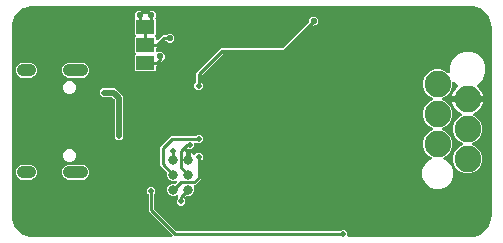
<source format=gbl>
G04 EAGLE Gerber RS-274X export*
G75*
%MOMM*%
%FSLAX34Y34*%
%LPD*%
%INBottom Copper*%
%IPPOS*%
%AMOC8*
5,1,8,0,0,1.08239X$1,22.5*%
G01*
%ADD10C,1.000000*%
%ADD11C,2.250000*%
%ADD12R,1.600200X1.168400*%
%ADD13C,0.800000*%
%ADD14C,0.500000*%
%ADD15C,0.254000*%
%ADD16C,0.550000*%
%ADD17C,0.508000*%

G36*
X136862Y2018D02*
X136862Y2018D01*
X137000Y2031D01*
X137019Y2038D01*
X137039Y2041D01*
X137168Y2092D01*
X137299Y2139D01*
X137316Y2150D01*
X137335Y2158D01*
X137447Y2239D01*
X137563Y2317D01*
X137576Y2333D01*
X137592Y2344D01*
X137681Y2452D01*
X137773Y2556D01*
X137782Y2574D01*
X137795Y2589D01*
X137854Y2715D01*
X137918Y2839D01*
X137922Y2859D01*
X137931Y2877D01*
X137957Y3014D01*
X137987Y3149D01*
X137987Y3170D01*
X137990Y3189D01*
X137982Y3328D01*
X137978Y3467D01*
X137972Y3487D01*
X137971Y3507D01*
X137928Y3639D01*
X137889Y3773D01*
X137879Y3790D01*
X137873Y3809D01*
X137798Y3927D01*
X137728Y4047D01*
X137709Y4068D01*
X137702Y4078D01*
X137688Y4092D01*
X137621Y4168D01*
X137358Y4431D01*
X117729Y24059D01*
X117729Y37794D01*
X117717Y37892D01*
X117714Y37991D01*
X117697Y38050D01*
X117689Y38110D01*
X117653Y38202D01*
X117625Y38297D01*
X117595Y38349D01*
X117572Y38405D01*
X117514Y38485D01*
X117464Y38571D01*
X117398Y38646D01*
X117386Y38663D01*
X117376Y38671D01*
X117358Y38692D01*
X116499Y39550D01*
X116499Y42450D01*
X118550Y44501D01*
X121450Y44501D01*
X123501Y42450D01*
X123501Y39550D01*
X122642Y38692D01*
X122582Y38613D01*
X122514Y38541D01*
X122485Y38488D01*
X122448Y38440D01*
X122408Y38349D01*
X122360Y38263D01*
X122345Y38204D01*
X122321Y38149D01*
X122306Y38051D01*
X122281Y37955D01*
X122275Y37855D01*
X122271Y37834D01*
X122273Y37822D01*
X122271Y37794D01*
X122271Y26466D01*
X122283Y26368D01*
X122286Y26269D01*
X122303Y26211D01*
X122311Y26151D01*
X122347Y26059D01*
X122375Y25964D01*
X122405Y25911D01*
X122428Y25855D01*
X122486Y25775D01*
X122536Y25690D01*
X122602Y25614D01*
X122614Y25598D01*
X122624Y25590D01*
X122642Y25569D01*
X140569Y7642D01*
X140647Y7582D01*
X140719Y7514D01*
X140772Y7485D01*
X140820Y7448D01*
X140911Y7408D01*
X140998Y7360D01*
X141056Y7345D01*
X141112Y7321D01*
X141210Y7306D01*
X141306Y7281D01*
X141406Y7275D01*
X141426Y7271D01*
X141438Y7273D01*
X141466Y7271D01*
X279294Y7271D01*
X279392Y7283D01*
X279491Y7286D01*
X279550Y7303D01*
X279610Y7311D01*
X279702Y7347D01*
X279797Y7375D01*
X279849Y7405D01*
X279905Y7428D01*
X279985Y7486D01*
X280071Y7536D01*
X280146Y7602D01*
X280163Y7614D01*
X280171Y7624D01*
X280192Y7642D01*
X281050Y8501D01*
X283950Y8501D01*
X286001Y6450D01*
X286001Y3270D01*
X286016Y3152D01*
X286023Y3033D01*
X286036Y2995D01*
X286041Y2954D01*
X286084Y2844D01*
X286121Y2731D01*
X286143Y2696D01*
X286158Y2659D01*
X286227Y2563D01*
X286291Y2462D01*
X286321Y2434D01*
X286344Y2401D01*
X286436Y2325D01*
X286523Y2244D01*
X286558Y2224D01*
X286589Y2199D01*
X286697Y2148D01*
X286801Y2090D01*
X286841Y2080D01*
X286877Y2063D01*
X286994Y2041D01*
X287109Y2011D01*
X287169Y2007D01*
X287189Y2003D01*
X287210Y2005D01*
X287270Y2001D01*
X390000Y2001D01*
X390022Y2003D01*
X390100Y2005D01*
X392717Y2211D01*
X392784Y2225D01*
X392853Y2229D01*
X393009Y2269D01*
X397987Y3886D01*
X398095Y3937D01*
X398205Y3980D01*
X398257Y4013D01*
X398275Y4022D01*
X398291Y4035D01*
X398341Y4067D01*
X402576Y7143D01*
X402663Y7225D01*
X402754Y7300D01*
X402793Y7347D01*
X402808Y7361D01*
X402819Y7378D01*
X402857Y7424D01*
X405933Y11659D01*
X405991Y11763D01*
X406054Y11863D01*
X406077Y11919D01*
X406087Y11937D01*
X406092Y11957D01*
X406114Y12013D01*
X407731Y16991D01*
X407744Y17058D01*
X407767Y17124D01*
X407789Y17283D01*
X407995Y19900D01*
X407994Y19922D01*
X407999Y20000D01*
X407999Y180000D01*
X407997Y180022D01*
X407995Y180100D01*
X407789Y182717D01*
X407775Y182784D01*
X407771Y182853D01*
X407731Y183009D01*
X406114Y187987D01*
X406063Y188095D01*
X406020Y188205D01*
X405987Y188257D01*
X405978Y188275D01*
X405965Y188291D01*
X405933Y188341D01*
X402857Y192576D01*
X402775Y192663D01*
X402700Y192754D01*
X402653Y192793D01*
X402639Y192808D01*
X402622Y192819D01*
X402576Y192857D01*
X398341Y195933D01*
X398237Y195991D01*
X398137Y196054D01*
X398081Y196077D01*
X398063Y196087D01*
X398043Y196092D01*
X397987Y196114D01*
X393009Y197731D01*
X392942Y197744D01*
X392876Y197767D01*
X392717Y197789D01*
X390100Y197995D01*
X390078Y197994D01*
X390000Y197999D01*
X20000Y197999D01*
X19978Y197997D01*
X19900Y197995D01*
X17283Y197789D01*
X17216Y197775D01*
X17147Y197771D01*
X16991Y197731D01*
X12013Y196114D01*
X11905Y196063D01*
X11795Y196020D01*
X11743Y195987D01*
X11725Y195978D01*
X11709Y195965D01*
X11659Y195933D01*
X7424Y192857D01*
X7337Y192775D01*
X7246Y192700D01*
X7207Y192653D01*
X7192Y192639D01*
X7181Y192622D01*
X7143Y192576D01*
X4067Y188341D01*
X4009Y188237D01*
X3946Y188137D01*
X3923Y188081D01*
X3913Y188063D01*
X3908Y188043D01*
X3886Y187987D01*
X2269Y183009D01*
X2256Y182942D01*
X2233Y182876D01*
X2211Y182717D01*
X2005Y180100D01*
X2006Y180078D01*
X2001Y180000D01*
X2001Y20000D01*
X2003Y19978D01*
X2005Y19900D01*
X2211Y17283D01*
X2225Y17216D01*
X2229Y17147D01*
X2269Y16991D01*
X3886Y12013D01*
X3937Y11905D01*
X3980Y11795D01*
X4013Y11743D01*
X4022Y11725D01*
X4035Y11709D01*
X4067Y11659D01*
X7143Y7424D01*
X7225Y7337D01*
X7300Y7246D01*
X7347Y7207D01*
X7361Y7192D01*
X7378Y7181D01*
X7424Y7143D01*
X11659Y4067D01*
X11763Y4009D01*
X11863Y3946D01*
X11919Y3923D01*
X11937Y3913D01*
X11957Y3908D01*
X12012Y3886D01*
X16991Y2269D01*
X17058Y2256D01*
X17124Y2233D01*
X17283Y2211D01*
X19900Y2005D01*
X19922Y2006D01*
X20000Y2001D01*
X136724Y2001D01*
X136862Y2018D01*
G37*
%LPC*%
G36*
X359714Y42949D02*
X359714Y42949D01*
X354936Y44928D01*
X351278Y48586D01*
X349299Y53364D01*
X349299Y58536D01*
X351278Y63314D01*
X354936Y66972D01*
X356654Y67683D01*
X356775Y67752D01*
X356898Y67817D01*
X356913Y67831D01*
X356930Y67841D01*
X357030Y67937D01*
X357133Y68031D01*
X357144Y68048D01*
X357159Y68062D01*
X357231Y68181D01*
X357308Y68297D01*
X357314Y68316D01*
X357325Y68333D01*
X357366Y68466D01*
X357411Y68598D01*
X357413Y68618D01*
X357419Y68637D01*
X357425Y68776D01*
X357436Y68915D01*
X357433Y68934D01*
X357434Y68955D01*
X357406Y69091D01*
X357382Y69228D01*
X357374Y69246D01*
X357369Y69266D01*
X357308Y69391D01*
X357251Y69518D01*
X357239Y69534D01*
X357230Y69552D01*
X357140Y69658D01*
X357053Y69766D01*
X357036Y69779D01*
X357023Y69794D01*
X356910Y69874D01*
X356799Y69958D01*
X356773Y69970D01*
X356763Y69977D01*
X356744Y69984D01*
X356654Y70029D01*
X355361Y70564D01*
X351914Y74011D01*
X350049Y78513D01*
X350049Y83387D01*
X351914Y87889D01*
X355361Y91336D01*
X358117Y92477D01*
X358237Y92546D01*
X358360Y92611D01*
X358375Y92625D01*
X358393Y92635D01*
X358493Y92732D01*
X358596Y92825D01*
X358607Y92842D01*
X358621Y92856D01*
X358694Y92974D01*
X358771Y93091D01*
X358777Y93110D01*
X358788Y93127D01*
X358829Y93260D01*
X358874Y93392D01*
X358875Y93412D01*
X358881Y93431D01*
X358888Y93570D01*
X358899Y93709D01*
X358896Y93729D01*
X358897Y93749D01*
X358868Y93885D01*
X358845Y94022D01*
X358836Y94041D01*
X358832Y94060D01*
X358771Y94185D01*
X358714Y94312D01*
X358701Y94328D01*
X358692Y94346D01*
X358602Y94452D01*
X358515Y94560D01*
X358499Y94573D01*
X358486Y94588D01*
X358373Y94668D01*
X358261Y94752D01*
X358236Y94764D01*
X358226Y94771D01*
X358207Y94778D01*
X358117Y94823D01*
X355361Y95964D01*
X351914Y99411D01*
X350049Y103913D01*
X350049Y108787D01*
X351914Y113289D01*
X355361Y116736D01*
X358117Y117877D01*
X358237Y117946D01*
X358360Y118011D01*
X358375Y118025D01*
X358393Y118035D01*
X358493Y118132D01*
X358596Y118225D01*
X358607Y118242D01*
X358621Y118256D01*
X358694Y118374D01*
X358771Y118491D01*
X358777Y118510D01*
X358788Y118527D01*
X358829Y118660D01*
X358874Y118792D01*
X358875Y118812D01*
X358881Y118831D01*
X358888Y118970D01*
X358899Y119109D01*
X358896Y119129D01*
X358897Y119149D01*
X358868Y119285D01*
X358845Y119422D01*
X358836Y119441D01*
X358832Y119460D01*
X358771Y119585D01*
X358714Y119712D01*
X358701Y119728D01*
X358692Y119746D01*
X358602Y119852D01*
X358515Y119960D01*
X358499Y119973D01*
X358486Y119988D01*
X358373Y120068D01*
X358261Y120152D01*
X358236Y120164D01*
X358226Y120171D01*
X358207Y120178D01*
X358117Y120223D01*
X355361Y121364D01*
X351914Y124811D01*
X350049Y129313D01*
X350049Y134187D01*
X351914Y138689D01*
X355361Y142136D01*
X359863Y144001D01*
X364737Y144001D01*
X369239Y142136D01*
X370533Y140843D01*
X370642Y140758D01*
X370749Y140669D01*
X370768Y140660D01*
X370784Y140648D01*
X370911Y140592D01*
X371037Y140533D01*
X371057Y140529D01*
X371076Y140521D01*
X371214Y140499D01*
X371350Y140473D01*
X371370Y140475D01*
X371390Y140471D01*
X371529Y140485D01*
X371667Y140493D01*
X371686Y140499D01*
X371706Y140501D01*
X371838Y140548D01*
X371969Y140591D01*
X371987Y140602D01*
X372006Y140609D01*
X372121Y140687D01*
X372238Y140761D01*
X372252Y140776D01*
X372269Y140787D01*
X372361Y140892D01*
X372456Y140993D01*
X372466Y141011D01*
X372479Y141026D01*
X372543Y141150D01*
X372610Y141271D01*
X372615Y141291D01*
X372624Y141309D01*
X372654Y141445D01*
X372689Y141579D01*
X372691Y141607D01*
X372694Y141619D01*
X372693Y141640D01*
X372699Y141740D01*
X372699Y147034D01*
X374983Y152547D01*
X379203Y156767D01*
X384716Y159051D01*
X390684Y159051D01*
X396197Y156767D01*
X400417Y152547D01*
X402701Y147034D01*
X402701Y141066D01*
X400417Y135553D01*
X396045Y131180D01*
X396008Y131133D01*
X395965Y131092D01*
X395911Y131008D01*
X395850Y130929D01*
X395826Y130874D01*
X395794Y130824D01*
X395763Y130729D01*
X395723Y130637D01*
X395714Y130578D01*
X395696Y130522D01*
X395689Y130422D01*
X395673Y130323D01*
X395679Y130264D01*
X395675Y130204D01*
X395694Y130106D01*
X395703Y130007D01*
X395724Y129950D01*
X395735Y129892D01*
X395777Y129801D01*
X395811Y129707D01*
X395844Y129658D01*
X395870Y129604D01*
X395933Y129527D01*
X395989Y129444D01*
X396034Y129405D01*
X396072Y129359D01*
X396196Y129256D01*
X396332Y129157D01*
X397807Y127682D01*
X399033Y125995D01*
X399980Y124137D01*
X400624Y122153D01*
X400714Y121589D01*
X388970Y121589D01*
X388852Y121574D01*
X388733Y121567D01*
X388695Y121554D01*
X388655Y121549D01*
X388544Y121506D01*
X388431Y121469D01*
X388397Y121447D01*
X388359Y121432D01*
X388263Y121362D01*
X388162Y121299D01*
X388134Y121269D01*
X388102Y121245D01*
X388026Y121154D01*
X387944Y121067D01*
X387925Y121032D01*
X387899Y121001D01*
X387848Y120893D01*
X387791Y120789D01*
X387780Y120749D01*
X387763Y120713D01*
X387741Y120596D01*
X387711Y120481D01*
X387707Y120420D01*
X387703Y120400D01*
X387705Y120380D01*
X387701Y120320D01*
X387701Y117780D01*
X387716Y117662D01*
X387723Y117543D01*
X387736Y117505D01*
X387741Y117464D01*
X387785Y117354D01*
X387821Y117241D01*
X387843Y117206D01*
X387858Y117169D01*
X387928Y117073D01*
X387991Y116972D01*
X388021Y116944D01*
X388045Y116911D01*
X388136Y116836D01*
X388223Y116754D01*
X388258Y116734D01*
X388290Y116709D01*
X388397Y116658D01*
X388502Y116600D01*
X388541Y116590D01*
X388577Y116573D01*
X388694Y116551D01*
X388809Y116521D01*
X388870Y116517D01*
X388890Y116513D01*
X388910Y116515D01*
X388970Y116511D01*
X400714Y116511D01*
X400624Y115947D01*
X399980Y113963D01*
X399033Y112105D01*
X397807Y110418D01*
X396332Y108943D01*
X394645Y107717D01*
X393110Y106935D01*
X393036Y106885D01*
X392957Y106843D01*
X392905Y106796D01*
X392847Y106756D01*
X392788Y106689D01*
X392722Y106629D01*
X392683Y106570D01*
X392637Y106518D01*
X392596Y106438D01*
X392547Y106363D01*
X392524Y106297D01*
X392493Y106235D01*
X392473Y106147D01*
X392444Y106062D01*
X392438Y105993D01*
X392423Y105924D01*
X392426Y105835D01*
X392419Y105745D01*
X392431Y105676D01*
X392433Y105606D01*
X392458Y105520D01*
X392473Y105432D01*
X392502Y105368D01*
X392521Y105301D01*
X392567Y105224D01*
X392604Y105142D01*
X392647Y105087D01*
X392683Y105027D01*
X392746Y104964D01*
X392802Y104894D01*
X392858Y104852D01*
X392908Y104802D01*
X392985Y104756D01*
X393056Y104702D01*
X393169Y104647D01*
X393181Y104640D01*
X393188Y104638D01*
X393201Y104632D01*
X394639Y104036D01*
X398086Y100589D01*
X399951Y96087D01*
X399951Y91213D01*
X398086Y86711D01*
X394639Y83264D01*
X391883Y82123D01*
X391763Y82054D01*
X391639Y81989D01*
X391624Y81975D01*
X391607Y81965D01*
X391507Y81868D01*
X391404Y81775D01*
X391393Y81758D01*
X391378Y81744D01*
X391306Y81625D01*
X391229Y81509D01*
X391223Y81490D01*
X391212Y81473D01*
X391171Y81340D01*
X391126Y81208D01*
X391125Y81188D01*
X391119Y81169D01*
X391112Y81030D01*
X391101Y80891D01*
X391104Y80871D01*
X391104Y80851D01*
X391132Y80715D01*
X391155Y80578D01*
X391164Y80559D01*
X391168Y80540D01*
X391229Y80414D01*
X391286Y80288D01*
X391299Y80272D01*
X391308Y80254D01*
X391398Y80148D01*
X391485Y80040D01*
X391501Y80027D01*
X391514Y80012D01*
X391628Y79932D01*
X391739Y79848D01*
X391764Y79836D01*
X391774Y79829D01*
X391793Y79822D01*
X391883Y79777D01*
X394639Y78636D01*
X398086Y75189D01*
X399951Y70687D01*
X399951Y65813D01*
X398086Y61311D01*
X394639Y57864D01*
X390137Y55999D01*
X385263Y55999D01*
X380761Y57864D01*
X377314Y61311D01*
X375449Y65813D01*
X375449Y70687D01*
X377314Y75189D01*
X380761Y78636D01*
X383517Y79777D01*
X383637Y79846D01*
X383760Y79911D01*
X383775Y79925D01*
X383793Y79935D01*
X383893Y80032D01*
X383996Y80125D01*
X384007Y80142D01*
X384021Y80156D01*
X384094Y80274D01*
X384171Y80391D01*
X384177Y80410D01*
X384188Y80427D01*
X384229Y80560D01*
X384274Y80692D01*
X384275Y80712D01*
X384281Y80731D01*
X384288Y80870D01*
X384299Y81009D01*
X384296Y81029D01*
X384297Y81049D01*
X384268Y81185D01*
X384245Y81322D01*
X384236Y81341D01*
X384232Y81360D01*
X384171Y81485D01*
X384114Y81612D01*
X384101Y81628D01*
X384092Y81646D01*
X384002Y81752D01*
X383915Y81860D01*
X383899Y81873D01*
X383886Y81888D01*
X383773Y81968D01*
X383661Y82052D01*
X383636Y82064D01*
X383626Y82071D01*
X383607Y82078D01*
X383517Y82123D01*
X380761Y83264D01*
X377314Y86711D01*
X375449Y91213D01*
X375449Y96087D01*
X377314Y100589D01*
X380761Y104036D01*
X382199Y104632D01*
X382277Y104676D01*
X382359Y104711D01*
X382415Y104754D01*
X382475Y104789D01*
X382540Y104851D01*
X382610Y104906D01*
X382653Y104962D01*
X382704Y105010D01*
X382751Y105087D01*
X382805Y105157D01*
X382833Y105222D01*
X382870Y105281D01*
X382896Y105367D01*
X382932Y105449D01*
X382943Y105518D01*
X382964Y105585D01*
X382968Y105675D01*
X382982Y105763D01*
X382975Y105833D01*
X382979Y105903D01*
X382961Y105991D01*
X382952Y106080D01*
X382929Y106146D01*
X382914Y106215D01*
X382875Y106295D01*
X382845Y106379D01*
X382806Y106437D01*
X382775Y106500D01*
X382717Y106568D01*
X382666Y106642D01*
X382614Y106689D01*
X382568Y106742D01*
X382495Y106794D01*
X382428Y106853D01*
X382321Y106917D01*
X382308Y106925D01*
X382302Y106928D01*
X382290Y106935D01*
X380755Y107717D01*
X379068Y108943D01*
X377593Y110418D01*
X376367Y112105D01*
X375420Y113963D01*
X374776Y115947D01*
X374686Y116511D01*
X386430Y116511D01*
X386548Y116526D01*
X386667Y116533D01*
X386705Y116546D01*
X386745Y116551D01*
X386856Y116594D01*
X386969Y116631D01*
X387003Y116653D01*
X387041Y116668D01*
X387137Y116738D01*
X387238Y116801D01*
X387266Y116831D01*
X387298Y116854D01*
X387374Y116946D01*
X387456Y117033D01*
X387475Y117068D01*
X387501Y117099D01*
X387552Y117207D01*
X387609Y117311D01*
X387620Y117351D01*
X387637Y117387D01*
X387659Y117504D01*
X387689Y117619D01*
X387693Y117680D01*
X387697Y117700D01*
X387695Y117720D01*
X387699Y117780D01*
X387699Y120320D01*
X387684Y120438D01*
X387677Y120557D01*
X387664Y120595D01*
X387659Y120635D01*
X387615Y120746D01*
X387579Y120859D01*
X387557Y120894D01*
X387542Y120931D01*
X387472Y121027D01*
X387409Y121128D01*
X387379Y121156D01*
X387355Y121189D01*
X387264Y121264D01*
X387177Y121346D01*
X387142Y121366D01*
X387110Y121391D01*
X387003Y121442D01*
X386898Y121500D01*
X386859Y121510D01*
X386823Y121527D01*
X386706Y121549D01*
X386591Y121579D01*
X386530Y121583D01*
X386510Y121587D01*
X386490Y121585D01*
X386430Y121589D01*
X374686Y121589D01*
X374776Y122153D01*
X375420Y124137D01*
X376367Y125995D01*
X377593Y127682D01*
X379068Y129157D01*
X379204Y129256D01*
X379247Y129297D01*
X379297Y129330D01*
X379363Y129405D01*
X379436Y129474D01*
X379468Y129524D01*
X379507Y129569D01*
X379553Y129658D01*
X379606Y129742D01*
X379625Y129799D01*
X379652Y129852D01*
X379674Y129949D01*
X379705Y130045D01*
X379708Y130104D01*
X379721Y130162D01*
X379718Y130262D01*
X379725Y130362D01*
X379714Y130420D01*
X379712Y130480D01*
X379684Y130576D01*
X379665Y130674D01*
X379640Y130728D01*
X379623Y130786D01*
X379573Y130872D01*
X379530Y130962D01*
X379492Y131008D01*
X379462Y131060D01*
X379355Y131180D01*
X376717Y133818D01*
X376608Y133904D01*
X376501Y133992D01*
X376482Y134001D01*
X376466Y134013D01*
X376338Y134069D01*
X376213Y134128D01*
X376193Y134132D01*
X376174Y134140D01*
X376036Y134162D01*
X375900Y134188D01*
X375880Y134186D01*
X375860Y134189D01*
X375721Y134176D01*
X375583Y134168D01*
X375564Y134162D01*
X375544Y134160D01*
X375412Y134112D01*
X375281Y134070D01*
X375263Y134059D01*
X375244Y134052D01*
X375129Y133974D01*
X375012Y133900D01*
X374998Y133885D01*
X374981Y133873D01*
X374889Y133769D01*
X374794Y133668D01*
X374784Y133650D01*
X374771Y133635D01*
X374707Y133511D01*
X374640Y133389D01*
X374635Y133370D01*
X374626Y133352D01*
X374596Y133216D01*
X374561Y133082D01*
X374559Y133053D01*
X374556Y133041D01*
X374557Y133021D01*
X374551Y132921D01*
X374551Y129313D01*
X372686Y124811D01*
X369239Y121364D01*
X366483Y120223D01*
X366363Y120154D01*
X366239Y120089D01*
X366224Y120075D01*
X366207Y120065D01*
X366107Y119968D01*
X366004Y119875D01*
X365993Y119858D01*
X365978Y119844D01*
X365906Y119725D01*
X365829Y119609D01*
X365823Y119590D01*
X365812Y119573D01*
X365771Y119440D01*
X365726Y119308D01*
X365725Y119288D01*
X365719Y119269D01*
X365712Y119130D01*
X365701Y118991D01*
X365704Y118971D01*
X365704Y118951D01*
X365732Y118815D01*
X365755Y118678D01*
X365764Y118659D01*
X365768Y118640D01*
X365829Y118514D01*
X365886Y118388D01*
X365899Y118372D01*
X365908Y118354D01*
X365998Y118248D01*
X366085Y118140D01*
X366101Y118127D01*
X366114Y118112D01*
X366228Y118032D01*
X366339Y117948D01*
X366364Y117936D01*
X366374Y117929D01*
X366393Y117922D01*
X366483Y117877D01*
X369239Y116736D01*
X372686Y113289D01*
X374551Y108787D01*
X374551Y103913D01*
X372686Y99411D01*
X369239Y95964D01*
X366483Y94823D01*
X366363Y94754D01*
X366239Y94689D01*
X366224Y94675D01*
X366207Y94665D01*
X366107Y94568D01*
X366004Y94475D01*
X365993Y94458D01*
X365978Y94444D01*
X365906Y94325D01*
X365829Y94209D01*
X365823Y94190D01*
X365812Y94173D01*
X365771Y94040D01*
X365726Y93908D01*
X365725Y93888D01*
X365719Y93869D01*
X365712Y93730D01*
X365701Y93591D01*
X365704Y93571D01*
X365704Y93551D01*
X365732Y93415D01*
X365755Y93278D01*
X365764Y93259D01*
X365768Y93240D01*
X365829Y93114D01*
X365886Y92988D01*
X365899Y92972D01*
X365908Y92954D01*
X365998Y92848D01*
X366085Y92740D01*
X366101Y92727D01*
X366114Y92712D01*
X366228Y92632D01*
X366339Y92548D01*
X366364Y92536D01*
X366374Y92529D01*
X366393Y92522D01*
X366483Y92477D01*
X369239Y91336D01*
X372686Y87889D01*
X374551Y83387D01*
X374551Y78513D01*
X372686Y74011D01*
X369239Y70564D01*
X367946Y70029D01*
X367825Y69960D01*
X367702Y69895D01*
X367687Y69881D01*
X367670Y69871D01*
X367570Y69774D01*
X367467Y69681D01*
X367456Y69664D01*
X367441Y69650D01*
X367369Y69531D01*
X367292Y69415D01*
X367286Y69396D01*
X367275Y69379D01*
X367234Y69246D01*
X367189Y69114D01*
X367187Y69094D01*
X367181Y69075D01*
X367175Y68935D01*
X367164Y68797D01*
X367167Y68777D01*
X367166Y68757D01*
X367194Y68620D01*
X367218Y68484D01*
X367226Y68465D01*
X367231Y68446D01*
X367292Y68321D01*
X367349Y68194D01*
X367361Y68178D01*
X367370Y68160D01*
X367460Y68054D01*
X367547Y67945D01*
X367564Y67933D01*
X367577Y67918D01*
X367690Y67838D01*
X367801Y67754D01*
X367827Y67742D01*
X367837Y67735D01*
X367856Y67727D01*
X367946Y67683D01*
X369664Y66972D01*
X373322Y63314D01*
X375301Y58536D01*
X375301Y53364D01*
X373322Y48586D01*
X369664Y44928D01*
X364886Y42949D01*
X359714Y42949D01*
G37*
%LPD*%
%LPC*%
G36*
X143550Y28799D02*
X143550Y28799D01*
X141499Y30850D01*
X141499Y33750D01*
X142358Y34608D01*
X142418Y34687D01*
X142486Y34759D01*
X142515Y34812D01*
X142552Y34860D01*
X142592Y34951D01*
X142640Y35037D01*
X142655Y35096D01*
X142679Y35151D01*
X142694Y35249D01*
X142719Y35345D01*
X142725Y35445D01*
X142729Y35466D01*
X142727Y35478D01*
X142729Y35506D01*
X142729Y36677D01*
X142723Y36727D01*
X142725Y36776D01*
X142703Y36884D01*
X142689Y36993D01*
X142671Y37039D01*
X142661Y37088D01*
X142613Y37187D01*
X142572Y37289D01*
X142543Y37329D01*
X142521Y37373D01*
X142450Y37457D01*
X142386Y37546D01*
X142347Y37578D01*
X142315Y37615D01*
X142225Y37679D01*
X142141Y37749D01*
X142096Y37770D01*
X142055Y37799D01*
X141952Y37838D01*
X141853Y37884D01*
X141804Y37894D01*
X141758Y37911D01*
X141648Y37923D01*
X141541Y37944D01*
X141491Y37941D01*
X141442Y37946D01*
X141333Y37931D01*
X141223Y37924D01*
X141176Y37909D01*
X141127Y37902D01*
X140974Y37850D01*
X139645Y37299D01*
X137655Y37299D01*
X135817Y38061D01*
X134411Y39467D01*
X133649Y41305D01*
X133649Y43295D01*
X134411Y45133D01*
X135817Y46539D01*
X137655Y47301D01*
X139897Y47301D01*
X139933Y47305D01*
X140046Y47303D01*
X140076Y47310D01*
X140106Y47311D01*
X140203Y47339D01*
X140213Y47341D01*
X140228Y47346D01*
X140230Y47347D01*
X140356Y47377D01*
X140383Y47391D01*
X140412Y47400D01*
X140523Y47465D01*
X140637Y47526D01*
X140659Y47546D01*
X140686Y47561D01*
X140806Y47668D01*
X141096Y47957D01*
X141139Y48013D01*
X141189Y48061D01*
X141236Y48138D01*
X141291Y48209D01*
X141319Y48273D01*
X141355Y48332D01*
X141382Y48418D01*
X141417Y48500D01*
X141428Y48570D01*
X141449Y48636D01*
X141453Y48726D01*
X141467Y48815D01*
X141461Y48884D01*
X141464Y48954D01*
X141446Y49042D01*
X141437Y49131D01*
X141414Y49197D01*
X141400Y49265D01*
X141360Y49346D01*
X141330Y49430D01*
X141291Y49488D01*
X141260Y49551D01*
X141202Y49619D01*
X141151Y49694D01*
X141099Y49740D01*
X141054Y49793D01*
X140980Y49845D01*
X140913Y49904D01*
X140851Y49936D01*
X140794Y49976D01*
X140710Y50008D01*
X140630Y50049D01*
X140561Y50064D01*
X140496Y50089D01*
X140407Y50099D01*
X140319Y50118D01*
X140250Y50116D01*
X140180Y50124D01*
X140091Y50111D01*
X140001Y50109D01*
X139934Y50089D01*
X139865Y50080D01*
X139713Y50027D01*
X139645Y49999D01*
X137655Y49999D01*
X135817Y50761D01*
X134411Y52167D01*
X133649Y54005D01*
X133649Y56247D01*
X133645Y56283D01*
X133647Y56396D01*
X133640Y56426D01*
X133639Y56456D01*
X133611Y56553D01*
X133609Y56563D01*
X133604Y56578D01*
X133603Y56580D01*
X133573Y56706D01*
X133559Y56733D01*
X133550Y56762D01*
X133485Y56873D01*
X133424Y56987D01*
X133404Y57009D01*
X133389Y57036D01*
X133282Y57156D01*
X129431Y61008D01*
X127729Y62709D01*
X127729Y78441D01*
X136559Y87271D01*
X156794Y87271D01*
X156892Y87283D01*
X156991Y87286D01*
X157050Y87303D01*
X157110Y87311D01*
X157202Y87347D01*
X157297Y87375D01*
X157349Y87405D01*
X157405Y87428D01*
X157485Y87486D01*
X157571Y87536D01*
X157646Y87602D01*
X157663Y87614D01*
X157671Y87624D01*
X157692Y87642D01*
X158550Y88501D01*
X161450Y88501D01*
X163501Y86450D01*
X163501Y83550D01*
X161450Y81499D01*
X158550Y81499D01*
X158167Y81882D01*
X158058Y81967D01*
X157951Y82056D01*
X157932Y82064D01*
X157916Y82077D01*
X157788Y82132D01*
X157663Y82191D01*
X157643Y82195D01*
X157624Y82203D01*
X157486Y82225D01*
X157350Y82251D01*
X157330Y82250D01*
X157310Y82253D01*
X157171Y82240D01*
X157033Y82231D01*
X157014Y82225D01*
X156994Y82223D01*
X156863Y82176D01*
X156731Y82133D01*
X156713Y82122D01*
X156694Y82115D01*
X156580Y82038D01*
X156462Y81963D01*
X156448Y81948D01*
X156431Y81937D01*
X156339Y81833D01*
X156244Y81731D01*
X156234Y81714D01*
X156221Y81698D01*
X156158Y81575D01*
X156090Y81453D01*
X156085Y81433D01*
X156076Y81415D01*
X156046Y81279D01*
X156011Y81145D01*
X156009Y81117D01*
X156006Y81105D01*
X156007Y81084D01*
X156001Y80984D01*
X156001Y78530D01*
X153950Y76479D01*
X150964Y76479D01*
X150907Y76504D01*
X150801Y76558D01*
X150762Y76567D01*
X150725Y76583D01*
X150607Y76601D01*
X150491Y76627D01*
X150451Y76626D01*
X150411Y76633D01*
X150292Y76621D01*
X150173Y76618D01*
X150134Y76607D01*
X150094Y76603D01*
X149982Y76563D01*
X149868Y76529D01*
X149833Y76509D01*
X149795Y76495D01*
X149696Y76428D01*
X149594Y76368D01*
X149548Y76328D01*
X149532Y76317D01*
X149518Y76302D01*
X149473Y76261D01*
X148915Y75704D01*
X148851Y75622D01*
X148781Y75545D01*
X148754Y75497D01*
X148721Y75453D01*
X148679Y75357D01*
X148629Y75265D01*
X148616Y75212D01*
X148594Y75161D01*
X148578Y75058D01*
X148553Y74957D01*
X148553Y74901D01*
X148544Y74847D01*
X148554Y74743D01*
X148555Y74639D01*
X148569Y74585D01*
X148574Y74530D01*
X148609Y74432D01*
X148636Y74331D01*
X148663Y74283D01*
X148682Y74231D01*
X148740Y74145D01*
X148791Y74053D01*
X148829Y74014D01*
X148860Y73968D01*
X148939Y73899D01*
X149011Y73823D01*
X149057Y73794D01*
X149099Y73757D01*
X149192Y73710D01*
X149280Y73655D01*
X149333Y73638D01*
X149351Y73629D01*
X149351Y68430D01*
X149366Y68312D01*
X149373Y68193D01*
X149385Y68155D01*
X149391Y68115D01*
X149434Y68004D01*
X149471Y67891D01*
X149493Y67857D01*
X149508Y67819D01*
X149577Y67723D01*
X149641Y67622D01*
X149671Y67594D01*
X149694Y67562D01*
X149786Y67486D01*
X149873Y67404D01*
X149908Y67385D01*
X149939Y67359D01*
X150047Y67308D01*
X150151Y67251D01*
X150191Y67241D01*
X150227Y67223D01*
X150344Y67201D01*
X150459Y67171D01*
X150519Y67167D01*
X150539Y67164D01*
X150560Y67165D01*
X150620Y67161D01*
X152080Y67161D01*
X152198Y67176D01*
X152317Y67183D01*
X152355Y67196D01*
X152396Y67201D01*
X152506Y67245D01*
X152619Y67281D01*
X152654Y67303D01*
X152691Y67318D01*
X152787Y67388D01*
X152888Y67451D01*
X152916Y67481D01*
X152949Y67505D01*
X153025Y67596D01*
X153106Y67683D01*
X153126Y67718D01*
X153151Y67750D01*
X153202Y67857D01*
X153260Y67962D01*
X153270Y68001D01*
X153287Y68037D01*
X153309Y68154D01*
X153339Y68270D01*
X153343Y68330D01*
X153347Y68350D01*
X153345Y68370D01*
X153349Y68430D01*
X153349Y73367D01*
X154192Y73018D01*
X155175Y72361D01*
X155395Y72141D01*
X155488Y72069D01*
X155505Y72053D01*
X155509Y72051D01*
X155579Y71989D01*
X155615Y71971D01*
X155647Y71946D01*
X155756Y71899D01*
X155862Y71845D01*
X155901Y71836D01*
X155938Y71820D01*
X156056Y71801D01*
X156172Y71775D01*
X156213Y71776D01*
X156253Y71770D01*
X156371Y71781D01*
X156490Y71785D01*
X156529Y71796D01*
X156569Y71800D01*
X156681Y71840D01*
X156796Y71873D01*
X156830Y71894D01*
X156868Y71907D01*
X156967Y71974D01*
X157069Y72035D01*
X157115Y72074D01*
X157132Y72086D01*
X157145Y72101D01*
X157190Y72141D01*
X158550Y73501D01*
X161450Y73501D01*
X163501Y71450D01*
X163501Y68550D01*
X162642Y67692D01*
X162582Y67613D01*
X162514Y67541D01*
X162485Y67488D01*
X162448Y67440D01*
X162408Y67349D01*
X162360Y67263D01*
X162345Y67204D01*
X162321Y67149D01*
X162306Y67051D01*
X162281Y66955D01*
X162275Y66855D01*
X162271Y66834D01*
X162273Y66822D01*
X162271Y66794D01*
X162271Y51559D01*
X157171Y46459D01*
X156939Y46459D01*
X156890Y46453D01*
X156841Y46455D01*
X156733Y46433D01*
X156624Y46419D01*
X156578Y46401D01*
X156529Y46391D01*
X156431Y46343D01*
X156328Y46302D01*
X156288Y46273D01*
X156243Y46251D01*
X156160Y46180D01*
X156071Y46116D01*
X156039Y46077D01*
X156001Y46045D01*
X155938Y45955D01*
X155868Y45871D01*
X155847Y45826D01*
X155818Y45785D01*
X155779Y45682D01*
X155733Y45583D01*
X155723Y45534D01*
X155706Y45488D01*
X155693Y45378D01*
X155673Y45271D01*
X155676Y45221D01*
X155670Y45172D01*
X155686Y45063D01*
X155693Y44953D01*
X155708Y44906D01*
X155715Y44857D01*
X155767Y44704D01*
X156351Y43295D01*
X156351Y41305D01*
X155589Y39467D01*
X154183Y38061D01*
X152345Y37299D01*
X150103Y37299D01*
X150067Y37295D01*
X149954Y37297D01*
X149924Y37290D01*
X149894Y37289D01*
X149797Y37261D01*
X149787Y37259D01*
X149772Y37254D01*
X149770Y37253D01*
X149644Y37223D01*
X149617Y37209D01*
X149588Y37200D01*
X149477Y37135D01*
X149363Y37074D01*
X149341Y37054D01*
X149314Y37039D01*
X149194Y36932D01*
X148154Y35892D01*
X148080Y35798D01*
X148002Y35709D01*
X147991Y35687D01*
X147986Y35682D01*
X147980Y35668D01*
X147959Y35641D01*
X147911Y35531D01*
X147857Y35426D01*
X147848Y35386D01*
X147832Y35349D01*
X147814Y35231D01*
X147788Y35115D01*
X147789Y35075D01*
X147782Y35035D01*
X147794Y34916D01*
X147797Y34797D01*
X147808Y34759D01*
X147812Y34718D01*
X147852Y34606D01*
X147886Y34492D01*
X147906Y34457D01*
X147920Y34419D01*
X147987Y34321D01*
X148047Y34218D01*
X148087Y34173D01*
X148098Y34156D01*
X148114Y34142D01*
X148154Y34097D01*
X148501Y33750D01*
X148501Y30850D01*
X146450Y28799D01*
X143550Y28799D01*
G37*
%LPD*%
%LPC*%
G36*
X106584Y142917D02*
X106584Y142917D01*
X105998Y143503D01*
X105998Y156017D01*
X106464Y156482D01*
X106537Y156576D01*
X106616Y156666D01*
X106634Y156702D01*
X106659Y156734D01*
X106706Y156843D01*
X106761Y156949D01*
X106769Y156988D01*
X106786Y157026D01*
X106804Y157143D01*
X106830Y157259D01*
X106829Y157300D01*
X106835Y157340D01*
X106824Y157458D01*
X106821Y157577D01*
X106809Y157616D01*
X106806Y157656D01*
X106765Y157768D01*
X106732Y157883D01*
X106712Y157918D01*
X106698Y157956D01*
X106631Y158054D01*
X106571Y158157D01*
X106531Y158202D01*
X106519Y158219D01*
X106504Y158232D01*
X106464Y158277D01*
X105998Y158743D01*
X105998Y171257D01*
X106464Y171722D01*
X106537Y171816D01*
X106616Y171906D01*
X106634Y171942D01*
X106659Y171974D01*
X106706Y172083D01*
X106761Y172189D01*
X106769Y172228D01*
X106786Y172266D01*
X106804Y172383D01*
X106830Y172499D01*
X106829Y172540D01*
X106835Y172580D01*
X106824Y172698D01*
X106821Y172817D01*
X106809Y172856D01*
X106806Y172896D01*
X106765Y173008D01*
X106732Y173123D01*
X106712Y173158D01*
X106698Y173196D01*
X106631Y173294D01*
X106571Y173397D01*
X106531Y173442D01*
X106519Y173459D01*
X106504Y173472D01*
X106464Y173517D01*
X105998Y173983D01*
X105998Y186496D01*
X106201Y186699D01*
X106274Y186794D01*
X106353Y186883D01*
X106371Y186919D01*
X106396Y186951D01*
X106443Y187060D01*
X106498Y187166D01*
X106506Y187205D01*
X106523Y187243D01*
X106541Y187360D01*
X106567Y187476D01*
X106566Y187517D01*
X106572Y187557D01*
X106561Y187676D01*
X106558Y187794D01*
X106546Y187833D01*
X106543Y187873D01*
X106502Y187985D01*
X106469Y188100D01*
X106449Y188135D01*
X106435Y188173D01*
X106368Y188271D01*
X106308Y188374D01*
X106268Y188419D01*
X106256Y188436D01*
X106249Y188442D01*
X106249Y191554D01*
X108446Y193751D01*
X111554Y193751D01*
X114103Y191202D01*
X114197Y191129D01*
X114286Y191050D01*
X114322Y191032D01*
X114354Y191007D01*
X114463Y190960D01*
X114569Y190905D01*
X114608Y190897D01*
X114646Y190881D01*
X114763Y190862D01*
X114879Y190836D01*
X114920Y190837D01*
X114960Y190831D01*
X115078Y190842D01*
X115197Y190845D01*
X115236Y190857D01*
X115276Y190861D01*
X115388Y190901D01*
X115503Y190934D01*
X115538Y190954D01*
X115576Y190968D01*
X115674Y191035D01*
X115777Y191095D01*
X115822Y191135D01*
X115839Y191147D01*
X115852Y191162D01*
X115898Y191202D01*
X118446Y193751D01*
X121554Y193751D01*
X123751Y191554D01*
X123751Y188433D01*
X123726Y188400D01*
X123647Y188311D01*
X123629Y188275D01*
X123604Y188243D01*
X123557Y188134D01*
X123502Y188028D01*
X123494Y187988D01*
X123478Y187951D01*
X123459Y187834D01*
X123433Y187718D01*
X123434Y187677D01*
X123428Y187637D01*
X123439Y187519D01*
X123442Y187400D01*
X123454Y187361D01*
X123457Y187321D01*
X123498Y187209D01*
X123531Y187094D01*
X123551Y187059D01*
X123565Y187021D01*
X123632Y186923D01*
X123692Y186820D01*
X123732Y186775D01*
X123744Y186758D01*
X123759Y186745D01*
X123799Y186699D01*
X124002Y186496D01*
X124002Y173983D01*
X123536Y173517D01*
X123463Y173423D01*
X123384Y173334D01*
X123366Y173298D01*
X123341Y173266D01*
X123293Y173157D01*
X123239Y173051D01*
X123231Y173012D01*
X123214Y172974D01*
X123196Y172857D01*
X123170Y172741D01*
X123171Y172700D01*
X123165Y172660D01*
X123176Y172541D01*
X123179Y172423D01*
X123191Y172384D01*
X123194Y172344D01*
X123235Y172232D01*
X123268Y172117D01*
X123288Y172082D01*
X123302Y172044D01*
X123369Y171946D01*
X123429Y171843D01*
X123469Y171798D01*
X123481Y171781D01*
X123496Y171768D01*
X123536Y171722D01*
X124002Y171257D01*
X124002Y170277D01*
X124019Y170140D01*
X124032Y170001D01*
X124039Y169982D01*
X124042Y169962D01*
X124093Y169833D01*
X124140Y169702D01*
X124151Y169685D01*
X124159Y169666D01*
X124240Y169554D01*
X124318Y169438D01*
X124334Y169425D01*
X124345Y169409D01*
X124453Y169320D01*
X124557Y169228D01*
X124575Y169219D01*
X124590Y169206D01*
X124716Y169147D01*
X124840Y169083D01*
X124860Y169079D01*
X124878Y169070D01*
X125015Y169044D01*
X125150Y169014D01*
X125171Y169014D01*
X125190Y169011D01*
X125329Y169019D01*
X125468Y169023D01*
X125488Y169029D01*
X125508Y169030D01*
X125640Y169073D01*
X125774Y169112D01*
X125791Y169122D01*
X125810Y169128D01*
X125928Y169203D01*
X126048Y169273D01*
X126069Y169292D01*
X126079Y169299D01*
X126093Y169314D01*
X126168Y169380D01*
X127959Y171170D01*
X129661Y172872D01*
X132042Y172872D01*
X132140Y172885D01*
X132240Y172888D01*
X132298Y172905D01*
X132358Y172912D01*
X132450Y172949D01*
X132545Y172976D01*
X132597Y173007D01*
X132654Y173029D01*
X132734Y173087D01*
X132819Y173138D01*
X132894Y173204D01*
X132911Y173216D01*
X132919Y173226D01*
X132940Y173244D01*
X134048Y174352D01*
X137155Y174352D01*
X139352Y172155D01*
X139352Y169048D01*
X137155Y166851D01*
X134048Y166851D01*
X132953Y167946D01*
X132859Y168019D01*
X132857Y168021D01*
X132848Y168029D01*
X132846Y168030D01*
X132769Y168098D01*
X132733Y168117D01*
X132701Y168141D01*
X132592Y168189D01*
X132486Y168243D01*
X132447Y168252D01*
X132410Y168268D01*
X132292Y168286D01*
X132176Y168312D01*
X132135Y168311D01*
X132095Y168317D01*
X131977Y168306D01*
X131858Y168303D01*
X131819Y168291D01*
X131779Y168288D01*
X131667Y168247D01*
X131552Y168214D01*
X131518Y168194D01*
X131480Y168180D01*
X131381Y168113D01*
X131278Y168053D01*
X131233Y168013D01*
X131216Y168001D01*
X131203Y167986D01*
X131158Y167946D01*
X125941Y162729D01*
X125271Y162729D01*
X125153Y162714D01*
X125034Y162707D01*
X124996Y162694D01*
X124955Y162689D01*
X124845Y162646D01*
X124732Y162609D01*
X124697Y162587D01*
X124660Y162572D01*
X124564Y162503D01*
X124463Y162439D01*
X124435Y162409D01*
X124402Y162386D01*
X124326Y162294D01*
X124245Y162207D01*
X124225Y162172D01*
X124200Y162141D01*
X124149Y162033D01*
X124091Y161929D01*
X124081Y161889D01*
X124064Y161853D01*
X124042Y161736D01*
X124012Y161621D01*
X124008Y161561D01*
X124004Y161541D01*
X124006Y161520D01*
X124002Y161460D01*
X124002Y159870D01*
X124019Y159733D01*
X124032Y159594D01*
X124039Y159575D01*
X124042Y159555D01*
X124093Y159426D01*
X124140Y159295D01*
X124151Y159278D01*
X124159Y159259D01*
X124240Y159147D01*
X124318Y159031D01*
X124334Y159018D01*
X124345Y159002D01*
X124453Y158913D01*
X124557Y158821D01*
X124575Y158812D01*
X124590Y158799D01*
X124716Y158740D01*
X124840Y158676D01*
X124860Y158672D01*
X124878Y158663D01*
X125014Y158637D01*
X125150Y158607D01*
X125171Y158607D01*
X125190Y158604D01*
X125329Y158612D01*
X125468Y158616D01*
X125488Y158622D01*
X125508Y158623D01*
X125640Y158666D01*
X125774Y158705D01*
X125791Y158715D01*
X125810Y158721D01*
X125857Y158751D01*
X129054Y158751D01*
X131251Y156554D01*
X131251Y153446D01*
X130142Y152338D01*
X130082Y152260D01*
X130014Y152188D01*
X129985Y152135D01*
X129948Y152087D01*
X129908Y151996D01*
X129860Y151909D01*
X129845Y151851D01*
X129821Y151795D01*
X129806Y151697D01*
X129781Y151601D01*
X129775Y151501D01*
X129771Y151481D01*
X129773Y151469D01*
X129771Y151441D01*
X129771Y151319D01*
X125941Y147489D01*
X125271Y147489D01*
X125153Y147474D01*
X125034Y147467D01*
X124996Y147454D01*
X124955Y147449D01*
X124845Y147406D01*
X124732Y147369D01*
X124697Y147347D01*
X124660Y147332D01*
X124564Y147263D01*
X124463Y147199D01*
X124435Y147169D01*
X124402Y147146D01*
X124326Y147054D01*
X124245Y146967D01*
X124225Y146932D01*
X124200Y146901D01*
X124149Y146793D01*
X124091Y146689D01*
X124081Y146649D01*
X124064Y146613D01*
X124042Y146496D01*
X124012Y146381D01*
X124008Y146321D01*
X124004Y146301D01*
X124006Y146280D01*
X124002Y146220D01*
X124002Y143503D01*
X123416Y142917D01*
X106584Y142917D01*
G37*
%LPD*%
%LPC*%
G36*
X158550Y126499D02*
X158550Y126499D01*
X156499Y128550D01*
X156499Y131450D01*
X157358Y132308D01*
X157418Y132387D01*
X157486Y132459D01*
X157515Y132512D01*
X157552Y132560D01*
X157592Y132651D01*
X157640Y132737D01*
X157655Y132796D01*
X157679Y132851D01*
X157694Y132949D01*
X157719Y133045D01*
X157725Y133145D01*
X157729Y133166D01*
X157727Y133178D01*
X157729Y133206D01*
X157729Y140941D01*
X179059Y162271D01*
X231034Y162271D01*
X231132Y162283D01*
X231231Y162286D01*
X231289Y162303D01*
X231349Y162311D01*
X231441Y162347D01*
X231536Y162375D01*
X231589Y162405D01*
X231645Y162428D01*
X231725Y162486D01*
X231810Y162536D01*
X231886Y162602D01*
X231902Y162614D01*
X231910Y162624D01*
X231931Y162642D01*
X253378Y184089D01*
X253438Y184167D01*
X253506Y184239D01*
X253535Y184292D01*
X253572Y184340D01*
X253612Y184431D01*
X253660Y184518D01*
X253675Y184576D01*
X253699Y184632D01*
X253714Y184730D01*
X253739Y184826D01*
X253745Y184926D01*
X253749Y184946D01*
X253747Y184958D01*
X253749Y184986D01*
X253749Y186554D01*
X255946Y188751D01*
X259054Y188751D01*
X261251Y186554D01*
X261251Y183446D01*
X259054Y181249D01*
X257486Y181249D01*
X257388Y181237D01*
X257289Y181234D01*
X257231Y181217D01*
X257171Y181209D01*
X257079Y181173D01*
X256984Y181145D01*
X256931Y181115D01*
X256875Y181092D01*
X256795Y181034D01*
X256710Y180984D01*
X256634Y180918D01*
X256618Y180906D01*
X256610Y180896D01*
X256589Y180878D01*
X233441Y157729D01*
X181466Y157729D01*
X181368Y157717D01*
X181269Y157714D01*
X181211Y157697D01*
X181151Y157689D01*
X181059Y157653D01*
X180964Y157625D01*
X180911Y157595D01*
X180855Y157572D01*
X180775Y157514D01*
X180690Y157464D01*
X180614Y157398D01*
X180598Y157386D01*
X180590Y157376D01*
X180569Y157358D01*
X162642Y139431D01*
X162582Y139353D01*
X162514Y139281D01*
X162485Y139228D01*
X162448Y139180D01*
X162408Y139089D01*
X162360Y139002D01*
X162345Y138944D01*
X162321Y138888D01*
X162306Y138790D01*
X162281Y138694D01*
X162275Y138594D01*
X162271Y138574D01*
X162273Y138562D01*
X162271Y138534D01*
X162271Y133206D01*
X162283Y133108D01*
X162286Y133009D01*
X162303Y132950D01*
X162311Y132890D01*
X162347Y132798D01*
X162375Y132703D01*
X162405Y132651D01*
X162428Y132595D01*
X162486Y132515D01*
X162536Y132429D01*
X162602Y132354D01*
X162614Y132337D01*
X162624Y132329D01*
X162642Y132308D01*
X163501Y131450D01*
X163501Y128550D01*
X161450Y126499D01*
X158550Y126499D01*
G37*
%LPD*%
%LPC*%
G36*
X91033Y83959D02*
X91033Y83959D01*
X88959Y86033D01*
X88959Y118008D01*
X88947Y118106D01*
X88944Y118205D01*
X88927Y118263D01*
X88919Y118323D01*
X88883Y118415D01*
X88855Y118510D01*
X88825Y118563D01*
X88802Y118619D01*
X88744Y118699D01*
X88694Y118784D01*
X88628Y118860D01*
X88616Y118876D01*
X88606Y118884D01*
X88588Y118905D01*
X86905Y120588D01*
X86827Y120648D01*
X86755Y120716D01*
X86702Y120745D01*
X86654Y120782D01*
X86563Y120822D01*
X86476Y120870D01*
X86418Y120885D01*
X86362Y120909D01*
X86264Y120924D01*
X86168Y120949D01*
X86068Y120955D01*
X86048Y120959D01*
X86036Y120957D01*
X86008Y120959D01*
X78533Y120959D01*
X76459Y123033D01*
X76459Y125967D01*
X78533Y128041D01*
X89467Y128041D01*
X93595Y123912D01*
X96041Y121467D01*
X96041Y86033D01*
X93967Y83959D01*
X91033Y83959D01*
G37*
%LPD*%
%LPC*%
G36*
X49156Y50799D02*
X49156Y50799D01*
X46951Y51713D01*
X45263Y53401D01*
X44349Y55606D01*
X44349Y57994D01*
X45263Y60199D01*
X46951Y61887D01*
X49156Y62801D01*
X62544Y62801D01*
X64749Y61887D01*
X66437Y60199D01*
X67351Y57994D01*
X67351Y55606D01*
X66437Y53401D01*
X64749Y51713D01*
X62544Y50799D01*
X49156Y50799D01*
G37*
%LPD*%
%LPC*%
G36*
X49156Y137199D02*
X49156Y137199D01*
X46951Y138113D01*
X45263Y139801D01*
X44349Y142006D01*
X44349Y144394D01*
X45263Y146599D01*
X46951Y148287D01*
X49156Y149201D01*
X62544Y149201D01*
X64749Y148287D01*
X66437Y146599D01*
X67351Y144394D01*
X67351Y142006D01*
X66437Y139801D01*
X64749Y138113D01*
X62544Y137199D01*
X49156Y137199D01*
G37*
%LPD*%
%LPC*%
G36*
X9856Y50799D02*
X9856Y50799D01*
X7651Y51713D01*
X5963Y53401D01*
X5049Y55606D01*
X5049Y57994D01*
X5963Y60199D01*
X7651Y61887D01*
X9856Y62801D01*
X18244Y62801D01*
X20449Y61887D01*
X22137Y60199D01*
X23051Y57994D01*
X23051Y55606D01*
X22137Y53401D01*
X20449Y51713D01*
X18244Y50799D01*
X9856Y50799D01*
G37*
%LPD*%
%LPC*%
G36*
X9856Y137199D02*
X9856Y137199D01*
X7651Y138113D01*
X5963Y139801D01*
X5049Y142006D01*
X5049Y144394D01*
X5963Y146599D01*
X7651Y148287D01*
X9856Y149201D01*
X18244Y149201D01*
X20449Y148287D01*
X22137Y146599D01*
X23051Y144394D01*
X23051Y142006D01*
X22137Y139801D01*
X20449Y138113D01*
X18244Y137199D01*
X9856Y137199D01*
G37*
%LPD*%
%LPC*%
G36*
X49506Y123649D02*
X49506Y123649D01*
X47576Y124449D01*
X46099Y125926D01*
X45299Y127856D01*
X45299Y129944D01*
X46099Y131874D01*
X47576Y133351D01*
X49506Y134151D01*
X51594Y134151D01*
X53524Y133351D01*
X55001Y131874D01*
X55801Y129944D01*
X55801Y127856D01*
X55001Y125926D01*
X53524Y124449D01*
X51594Y123649D01*
X49506Y123649D01*
G37*
%LPD*%
%LPC*%
G36*
X49506Y65849D02*
X49506Y65849D01*
X47576Y66649D01*
X46099Y68126D01*
X45299Y70056D01*
X45299Y72144D01*
X46099Y74074D01*
X47576Y75551D01*
X49506Y76351D01*
X51594Y76351D01*
X53524Y75551D01*
X55001Y74074D01*
X55801Y72144D01*
X55801Y70056D01*
X55001Y68126D01*
X53524Y66649D01*
X51594Y65849D01*
X49506Y65849D01*
G37*
%LPD*%
D10*
X50350Y143200D02*
X61350Y143200D01*
X61350Y56800D02*
X50350Y56800D01*
X17050Y143200D02*
X11050Y143200D01*
X11050Y56800D02*
X17050Y56800D01*
D11*
X362300Y80950D03*
X362300Y106350D03*
X362300Y131750D03*
X387700Y68250D03*
X387700Y93650D03*
X387700Y119050D03*
D12*
X115000Y149760D03*
X115000Y165000D03*
X115000Y180240D03*
D13*
X138650Y42300D03*
X151350Y42300D03*
X138650Y55000D03*
X151350Y55000D03*
X138650Y67700D03*
X151350Y67700D03*
D14*
X62500Y40000D03*
X62500Y160000D03*
X77250Y67750D03*
X77250Y132250D03*
X10000Y185000D03*
X195000Y10000D03*
X255000Y10000D03*
X175000Y10000D03*
X224875Y35125D03*
X225125Y19875D03*
X187500Y170000D03*
X195000Y170000D03*
X215000Y170000D03*
X222500Y170000D03*
X194980Y57500D03*
X322500Y72500D03*
X332500Y72500D03*
X112500Y50000D03*
X275000Y72500D03*
X275000Y65000D03*
X157500Y103980D03*
X297500Y82500D03*
X155000Y27500D03*
X65000Y17500D03*
X145000Y137500D03*
X127500Y180000D03*
X75000Y146500D03*
D15*
X115000Y180240D02*
X120000Y185240D01*
X120000Y190000D01*
D16*
X120000Y190000D03*
D15*
X115000Y180240D02*
X110000Y185240D01*
X110000Y190000D01*
D16*
X110000Y190000D03*
D15*
X151350Y42300D02*
X145000Y35950D01*
X145000Y32300D01*
D14*
X145000Y32300D03*
D15*
X127500Y152260D02*
X127500Y155000D01*
X127500Y152260D02*
X125000Y149760D01*
X115000Y149760D01*
D16*
X127500Y155000D03*
D15*
X130000Y63650D02*
X138650Y55000D01*
X130000Y63650D02*
X130000Y77500D01*
X137500Y85000D01*
D14*
X160000Y85000D03*
D15*
X137500Y85000D01*
X145000Y61350D02*
X151350Y55000D01*
X145000Y61350D02*
X145000Y75000D01*
X149980Y79980D01*
X152500Y79980D01*
D14*
X152500Y79980D03*
D15*
X145080Y48730D02*
X138650Y42300D01*
X156230Y48730D02*
X160000Y52500D01*
D14*
X160000Y70000D03*
D15*
X156230Y48730D02*
X145080Y48730D01*
X160000Y52500D02*
X160000Y70000D01*
X138650Y67700D02*
X138650Y75000D01*
D14*
X138650Y75000D03*
X120000Y41000D03*
D15*
X120000Y25000D02*
X140000Y5000D01*
D14*
X282500Y5000D03*
D15*
X120000Y25000D02*
X120000Y41000D01*
X140000Y5000D02*
X282500Y5000D01*
D14*
X160000Y130000D03*
D15*
X160000Y140000D01*
X180000Y160000D02*
X232500Y160000D01*
X257500Y185000D01*
D16*
X257500Y185000D03*
D15*
X180000Y160000D02*
X160000Y140000D01*
D14*
X80000Y124500D03*
D17*
X88000Y124500D01*
X92500Y120000D01*
D14*
X92500Y87500D03*
D17*
X92500Y120000D01*
D15*
X115000Y165000D02*
X115000Y180000D01*
X115000Y165000D02*
X125000Y165000D01*
X130602Y170602D01*
X135602Y170602D01*
D16*
X135602Y170602D03*
M02*

</source>
